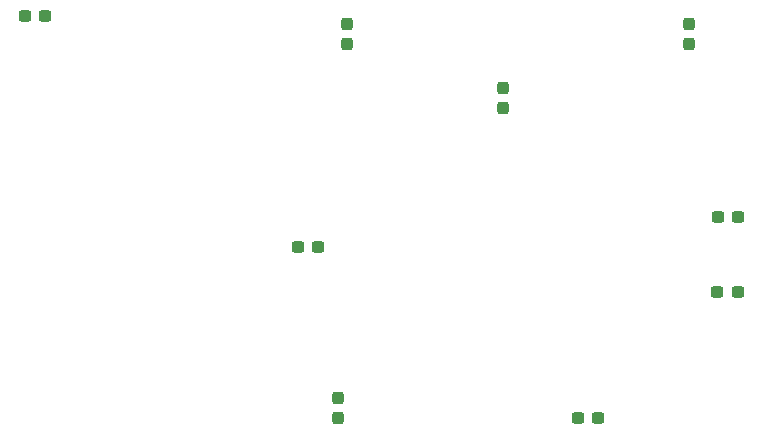
<source format=gbp>
G04 #@! TF.GenerationSoftware,KiCad,Pcbnew,6.0.1*
G04 #@! TF.CreationDate,2022-02-14T19:14:05-08:00*
G04 #@! TF.ProjectId,BREAKOUT-ATF1508AS,42524541-4b4f-4555-942d-415446313530,rev?*
G04 #@! TF.SameCoordinates,Original*
G04 #@! TF.FileFunction,Paste,Bot*
G04 #@! TF.FilePolarity,Positive*
%FSLAX46Y46*%
G04 Gerber Fmt 4.6, Leading zero omitted, Abs format (unit mm)*
G04 Created by KiCad (PCBNEW 6.0.1) date 2022-02-14 19:14:05*
%MOMM*%
%LPD*%
G01*
G04 APERTURE LIST*
G04 Aperture macros list*
%AMRoundRect*
0 Rectangle with rounded corners*
0 $1 Rounding radius*
0 $2 $3 $4 $5 $6 $7 $8 $9 X,Y pos of 4 corners*
0 Add a 4 corners polygon primitive as box body*
4,1,4,$2,$3,$4,$5,$6,$7,$8,$9,$2,$3,0*
0 Add four circle primitives for the rounded corners*
1,1,$1+$1,$2,$3*
1,1,$1+$1,$4,$5*
1,1,$1+$1,$6,$7*
1,1,$1+$1,$8,$9*
0 Add four rect primitives between the rounded corners*
20,1,$1+$1,$2,$3,$4,$5,0*
20,1,$1+$1,$4,$5,$6,$7,0*
20,1,$1+$1,$6,$7,$8,$9,0*
20,1,$1+$1,$8,$9,$2,$3,0*%
G04 Aperture macros list end*
%ADD10RoundRect,0.237500X0.300000X0.237500X-0.300000X0.237500X-0.300000X-0.237500X0.300000X-0.237500X0*%
%ADD11RoundRect,0.237500X-0.300000X-0.237500X0.300000X-0.237500X0.300000X0.237500X-0.300000X0.237500X0*%
%ADD12RoundRect,0.237500X0.237500X-0.300000X0.237500X0.300000X-0.237500X0.300000X-0.237500X-0.300000X0*%
%ADD13RoundRect,0.237500X-0.237500X0.300000X-0.237500X-0.300000X0.237500X-0.300000X0.237500X0.300000X0*%
G04 APERTURE END LIST*
D10*
X106912500Y-74770000D03*
X105187500Y-74770000D03*
D11*
X163890000Y-91760000D03*
X165615000Y-91760000D03*
X163850000Y-98150000D03*
X165575000Y-98150000D03*
X152037500Y-108850000D03*
X153762500Y-108850000D03*
D12*
X132500000Y-77180000D03*
X132500000Y-75455000D03*
D13*
X131730000Y-107110000D03*
X131730000Y-108835000D03*
D12*
X161470000Y-77180000D03*
X161470000Y-75455000D03*
D13*
X145700000Y-80850000D03*
X145700000Y-82575000D03*
D10*
X130050000Y-94300000D03*
X128325000Y-94300000D03*
M02*

</source>
